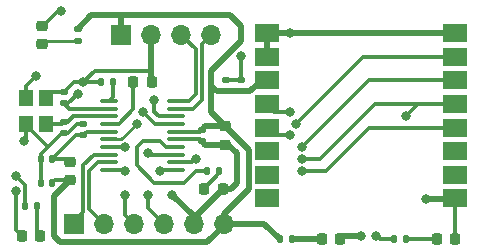
<source format=gbr>
%TF.GenerationSoftware,KiCad,Pcbnew,(6.0.6)*%
%TF.CreationDate,2023-12-09T00:18:58+03:00*%
%TF.ProjectId,GrandStationKicad,4772616e-6453-4746-9174-696f6e4b6963,rev?*%
%TF.SameCoordinates,Original*%
%TF.FileFunction,Copper,L1,Top*%
%TF.FilePolarity,Positive*%
%FSLAX46Y46*%
G04 Gerber Fmt 4.6, Leading zero omitted, Abs format (unit mm)*
G04 Created by KiCad (PCBNEW (6.0.6)) date 2023-12-09 00:18:58*
%MOMM*%
%LPD*%
G01*
G04 APERTURE LIST*
G04 Aperture macros list*
%AMRoundRect*
0 Rectangle with rounded corners*
0 $1 Rounding radius*
0 $2 $3 $4 $5 $6 $7 $8 $9 X,Y pos of 4 corners*
0 Add a 4 corners polygon primitive as box body*
4,1,4,$2,$3,$4,$5,$6,$7,$8,$9,$2,$3,0*
0 Add four circle primitives for the rounded corners*
1,1,$1+$1,$2,$3*
1,1,$1+$1,$4,$5*
1,1,$1+$1,$6,$7*
1,1,$1+$1,$8,$9*
0 Add four rect primitives between the rounded corners*
20,1,$1+$1,$2,$3,$4,$5,0*
20,1,$1+$1,$4,$5,$6,$7,0*
20,1,$1+$1,$6,$7,$8,$9,0*
20,1,$1+$1,$8,$9,$2,$3,0*%
G04 Aperture macros list end*
%TA.AperFunction,SMDPad,CuDef*%
%ADD10RoundRect,0.218750X-0.256250X0.218750X-0.256250X-0.218750X0.256250X-0.218750X0.256250X0.218750X0*%
%TD*%
%TA.AperFunction,SMDPad,CuDef*%
%ADD11RoundRect,0.135000X0.135000X0.185000X-0.135000X0.185000X-0.135000X-0.185000X0.135000X-0.185000X0*%
%TD*%
%TA.AperFunction,SMDPad,CuDef*%
%ADD12RoundRect,0.140000X0.140000X0.170000X-0.140000X0.170000X-0.140000X-0.170000X0.140000X-0.170000X0*%
%TD*%
%TA.AperFunction,SMDPad,CuDef*%
%ADD13RoundRect,0.140000X0.170000X-0.140000X0.170000X0.140000X-0.170000X0.140000X-0.170000X-0.140000X0*%
%TD*%
%TA.AperFunction,SMDPad,CuDef*%
%ADD14R,1.200000X1.400000*%
%TD*%
%TA.AperFunction,SMDPad,CuDef*%
%ADD15R,2.000000X1.500000*%
%TD*%
%TA.AperFunction,SMDPad,CuDef*%
%ADD16RoundRect,0.100000X-0.637500X-0.100000X0.637500X-0.100000X0.637500X0.100000X-0.637500X0.100000X0*%
%TD*%
%TA.AperFunction,ComponentPad*%
%ADD17R,1.700000X1.700000*%
%TD*%
%TA.AperFunction,ComponentPad*%
%ADD18O,1.700000X1.700000*%
%TD*%
%TA.AperFunction,SMDPad,CuDef*%
%ADD19RoundRect,0.225000X0.225000X0.250000X-0.225000X0.250000X-0.225000X-0.250000X0.225000X-0.250000X0*%
%TD*%
%TA.AperFunction,SMDPad,CuDef*%
%ADD20RoundRect,0.218750X0.218750X0.256250X-0.218750X0.256250X-0.218750X-0.256250X0.218750X-0.256250X0*%
%TD*%
%TA.AperFunction,SMDPad,CuDef*%
%ADD21RoundRect,0.225000X-0.250000X0.225000X-0.250000X-0.225000X0.250000X-0.225000X0.250000X0.225000X0*%
%TD*%
%TA.AperFunction,SMDPad,CuDef*%
%ADD22RoundRect,0.135000X-0.185000X0.135000X-0.185000X-0.135000X0.185000X-0.135000X0.185000X0.135000X0*%
%TD*%
%TA.AperFunction,SMDPad,CuDef*%
%ADD23RoundRect,0.135000X-0.135000X-0.185000X0.135000X-0.185000X0.135000X0.185000X-0.135000X0.185000X0*%
%TD*%
%TA.AperFunction,SMDPad,CuDef*%
%ADD24RoundRect,0.140000X-0.170000X0.140000X-0.170000X-0.140000X0.170000X-0.140000X0.170000X0.140000X0*%
%TD*%
%TA.AperFunction,SMDPad,CuDef*%
%ADD25RoundRect,0.218750X-0.218750X-0.256250X0.218750X-0.256250X0.218750X0.256250X-0.218750X0.256250X0*%
%TD*%
%TA.AperFunction,ViaPad*%
%ADD26C,0.800000*%
%TD*%
%TA.AperFunction,Conductor*%
%ADD27C,0.500000*%
%TD*%
%TA.AperFunction,Conductor*%
%ADD28C,0.300000*%
%TD*%
%TA.AperFunction,Conductor*%
%ADD29C,0.250000*%
%TD*%
G04 APERTURE END LIST*
D10*
%TO.P,D2,1,K*%
%TO.N,GND*%
X180000000Y-92712500D03*
%TO.P,D2,2,A*%
%TO.N,Net-(D2-Pad2)*%
X180000000Y-94287500D03*
%TD*%
D11*
%TO.P,R6,1*%
%TO.N,Net-(D5-Pad2)*%
X210820000Y-110800000D03*
%TO.P,R6,2*%
%TO.N,SPI1-MISO*%
X209800000Y-110800000D03*
%TD*%
D12*
%TO.P,C7,1*%
%TO.N,+3.3VA*%
X180856250Y-104000000D03*
%TO.P,C7,2*%
%TO.N,GND*%
X179896250Y-104000000D03*
%TD*%
D13*
%TO.P,C10,1*%
%TO.N,+3.3V*%
X196850000Y-98270000D03*
%TO.P,C10,2*%
%TO.N,GND*%
X196850000Y-97310000D03*
%TD*%
%TO.P,C9,1*%
%TO.N,+3.3V*%
X195580000Y-98270000D03*
%TO.P,C9,2*%
%TO.N,GND*%
X195580000Y-97310000D03*
%TD*%
D11*
%TO.P,R4,1*%
%TO.N,Net-(D3-Pad2)*%
X179580000Y-107950000D03*
%TO.P,R4,2*%
%TO.N,Optional-2*%
X178560000Y-107950000D03*
%TD*%
D10*
%TO.P,FB1,1*%
%TO.N,+3.3VA*%
X182356250Y-104212500D03*
%TO.P,FB1,2*%
%TO.N,+3.3V*%
X182356250Y-105787500D03*
%TD*%
D14*
%TO.P,Y1,1,1*%
%TO.N,OSC32_IN*%
X178650000Y-98800000D03*
%TO.P,Y1,2,2*%
%TO.N,GND*%
X178650000Y-101000000D03*
%TO.P,Y1,3,3*%
%TO.N,OSC32_OUT*%
X180350000Y-101000000D03*
%TO.P,Y1,4,4*%
%TO.N,GND*%
X180350000Y-98800000D03*
%TD*%
D15*
%TO.P,U1,1,GND*%
%TO.N,GND*%
X199000000Y-93330000D03*
%TO.P,U1,2,GND*%
X199000000Y-95330000D03*
%TO.P,U1,3,VDD*%
%TO.N,+3.3V*%
X199000000Y-97330000D03*
%TO.P,U1,4,~{RESET}*%
%TO.N,LORA-RESET*%
X199000000Y-99330000D03*
%TO.P,U1,5,DIO0*%
%TO.N,LORA-DIO0*%
X199000000Y-101330000D03*
%TO.P,U1,6,DIO1*%
%TO.N,unconnected-(U1-Pad6)*%
X199000000Y-103330000D03*
%TO.P,U1,7,DIO2*%
%TO.N,unconnected-(U1-Pad7)*%
X199000000Y-105330000D03*
%TO.P,U1,8,DIO3*%
%TO.N,unconnected-(U1-Pad8)*%
X199000000Y-107330000D03*
%TO.P,U1,9,GND*%
%TO.N,GND*%
X215000000Y-107330000D03*
%TO.P,U1,10,DIO4*%
%TO.N,unconnected-(U1-Pad10)*%
X215000000Y-105330000D03*
%TO.P,U1,11,DIO5*%
%TO.N,unconnected-(U1-Pad11)*%
X215000000Y-103330000D03*
%TO.P,U1,12,SCK*%
%TO.N,SPI1-SCK*%
X215000000Y-101330000D03*
%TO.P,U1,13,MISO*%
%TO.N,SPI1-MISO*%
X215000000Y-99330000D03*
%TO.P,U1,14,MOSI*%
%TO.N,SPI1-MOSI*%
X215000000Y-97330000D03*
%TO.P,U1,15,~{NSS}*%
%TO.N,LORA-NSS*%
X215000000Y-95330000D03*
%TO.P,U1,16,GND*%
%TO.N,GND*%
X215000000Y-93330000D03*
%TD*%
D16*
%TO.P,U2,1,BOOT0*%
%TO.N,Net-(R2-Pad2)*%
X185637500Y-99075000D03*
%TO.P,U2,2,PF0*%
%TO.N,OSC32_IN*%
X185637500Y-99725000D03*
%TO.P,U2,3,PF1*%
%TO.N,OSC32_OUT*%
X185637500Y-100375000D03*
%TO.P,U2,4,NRST*%
%TO.N,Net-(C1-Pad2)*%
X185637500Y-101025000D03*
%TO.P,U2,5,VDDA*%
%TO.N,+3.3VA*%
X185637500Y-101675000D03*
%TO.P,U2,6,PA0*%
%TO.N,LORA-NSS*%
X185637500Y-102325000D03*
%TO.P,U2,7,PA1*%
%TO.N,LORA-DIO0*%
X185637500Y-102975000D03*
%TO.P,U2,8,PA2*%
%TO.N,USART1-TX*%
X185637500Y-103625000D03*
%TO.P,U2,9,PA3*%
%TO.N,USART1-RX*%
X185637500Y-104275000D03*
%TO.P,U2,10,PA4*%
%TO.N,LORA-RESET*%
X185637500Y-104925000D03*
%TO.P,U2,11,PA5*%
%TO.N,SPI1-SCK*%
X191362500Y-104925000D03*
%TO.P,U2,12,PA6*%
%TO.N,SPI1-MISO*%
X191362500Y-104275000D03*
%TO.P,U2,13,PA7*%
%TO.N,SPI1-MOSI*%
X191362500Y-103625000D03*
%TO.P,U2,14,PB1*%
%TO.N,LED1*%
X191362500Y-102975000D03*
%TO.P,U2,15,VSS*%
%TO.N,GND*%
X191362500Y-102325000D03*
%TO.P,U2,16,VDD*%
%TO.N,+3.3V*%
X191362500Y-101675000D03*
%TO.P,U2,17,PA9*%
%TO.N,Optional-1*%
X191362500Y-101025000D03*
%TO.P,U2,18,PA10*%
%TO.N,Optional-2*%
X191362500Y-100375000D03*
%TO.P,U2,19,PA13*%
%TO.N,SWDIO*%
X191362500Y-99725000D03*
%TO.P,U2,20,PA14*%
%TO.N,SWCLK*%
X191362500Y-99075000D03*
%TD*%
D17*
%TO.P,J2,1,Pin_1*%
%TO.N,+3.3V*%
X186700000Y-93475000D03*
D18*
%TO.P,J2,2,Pin_2*%
%TO.N,GND*%
X189240000Y-93475000D03*
%TO.P,J2,3,Pin_3*%
%TO.N,SWCLK*%
X191780000Y-93475000D03*
%TO.P,J2,4,Pin_4*%
%TO.N,SWDIO*%
X194320000Y-93475000D03*
%TD*%
D19*
%TO.P,C1,1*%
%TO.N,GND*%
X189275000Y-97500000D03*
%TO.P,C1,2*%
%TO.N,Net-(C1-Pad2)*%
X187725000Y-97500000D03*
%TD*%
D20*
%TO.P,D4,1,K*%
%TO.N,GND*%
X205257500Y-110800000D03*
%TO.P,D4,2,A*%
%TO.N,Net-(D4-Pad2)*%
X203682500Y-110800000D03*
%TD*%
%TO.P,D5,1,K*%
%TO.N,GND*%
X214987500Y-110800000D03*
%TO.P,D5,2,A*%
%TO.N,Net-(D5-Pad2)*%
X213412500Y-110800000D03*
%TD*%
%TO.P,D1,1,K*%
%TO.N,GND*%
X195287500Y-106500000D03*
%TO.P,D1,2,A*%
%TO.N,Net-(D1-Pad2)*%
X193712500Y-106500000D03*
%TD*%
D21*
%TO.P,C2,1*%
%TO.N,+3.3V*%
X195500000Y-101225000D03*
%TO.P,C2,2*%
%TO.N,GND*%
X195500000Y-102775000D03*
%TD*%
D22*
%TO.P,R3,1*%
%TO.N,+3.3V*%
X183000000Y-92990000D03*
%TO.P,R3,2*%
%TO.N,Net-(D2-Pad2)*%
X183000000Y-94010000D03*
%TD*%
D11*
%TO.P,R5,1*%
%TO.N,Net-(D4-Pad2)*%
X201170000Y-110800000D03*
%TO.P,R5,2*%
%TO.N,+3.3V*%
X200150000Y-110800000D03*
%TD*%
D23*
%TO.P,R2,1*%
%TO.N,GND*%
X184990000Y-97500000D03*
%TO.P,R2,2*%
%TO.N,Net-(R2-Pad2)*%
X186010000Y-97500000D03*
%TD*%
D13*
%TO.P,C4,1*%
%TO.N,+3.3VA*%
X183500000Y-101980000D03*
%TO.P,C4,2*%
%TO.N,GND*%
X183500000Y-101020000D03*
%TD*%
D24*
%TO.P,C6,1*%
%TO.N,OSC32_OUT*%
X181850000Y-100820000D03*
%TO.P,C6,2*%
%TO.N,GND*%
X181850000Y-101780000D03*
%TD*%
D13*
%TO.P,C3,1*%
%TO.N,OSC32_IN*%
X181850000Y-99280000D03*
%TO.P,C3,2*%
%TO.N,GND*%
X181850000Y-98320000D03*
%TD*%
D17*
%TO.P,J1,1,Pin_1*%
%TO.N,USART1-TX*%
X182675000Y-109475000D03*
D18*
%TO.P,J1,2,Pin_2*%
%TO.N,USART1-RX*%
X185215000Y-109475000D03*
%TO.P,J1,3,Pin_3*%
%TO.N,Optional-1*%
X187755000Y-109475000D03*
%TO.P,J1,4,Pin_4*%
%TO.N,Optional-2*%
X190295000Y-109475000D03*
%TO.P,J1,5,Pin_5*%
%TO.N,GND*%
X192835000Y-109475000D03*
%TO.P,J1,6,Pin_6*%
%TO.N,+3.3V*%
X195375000Y-109475000D03*
%TD*%
D11*
%TO.P,R1,1*%
%TO.N,Net-(D1-Pad2)*%
X195010000Y-105000000D03*
%TO.P,R1,2*%
%TO.N,LED1*%
X193990000Y-105000000D03*
%TD*%
D25*
%TO.P,D3,1,K*%
%TO.N,GND*%
X178282500Y-110490000D03*
%TO.P,D3,2,A*%
%TO.N,Net-(D3-Pad2)*%
X179857500Y-110490000D03*
%TD*%
D24*
%TO.P,C5,1*%
%TO.N,+3.3V*%
X193500000Y-101520000D03*
%TO.P,C5,2*%
%TO.N,GND*%
X193500000Y-102480000D03*
%TD*%
D12*
%TO.P,C8,1*%
%TO.N,+3.3V*%
X180836250Y-106000000D03*
%TO.P,C8,2*%
%TO.N,GND*%
X179876250Y-106000000D03*
%TD*%
D26*
%TO.N,GND*%
X207010000Y-110490000D03*
X196850000Y-95250000D03*
X178500000Y-102500000D03*
X201000000Y-93300000D03*
X183500000Y-97500000D03*
X212500000Y-107350000D03*
X181610000Y-91440000D03*
X177800000Y-106680000D03*
X191000000Y-107000000D03*
%TO.N,OSC32_IN*%
X183000000Y-98500000D03*
X179500000Y-97000000D03*
%TO.N,Optional-1*%
X188500000Y-100000000D03*
X187000000Y-107000000D03*
%TO.N,Optional-2*%
X189000000Y-107000000D03*
X189500000Y-99000000D03*
X177800000Y-105410000D03*
%TO.N,LORA-RESET*%
X201000000Y-100000000D03*
X187000000Y-105000000D03*
%TO.N,LORA-DIO0*%
X201000000Y-102000000D03*
X187000000Y-103000000D03*
%TO.N,SPI1-SCK*%
X190000000Y-105000000D03*
X202000000Y-105000000D03*
%TO.N,SPI1-MISO*%
X208280000Y-110490000D03*
X210820000Y-100330000D03*
X193000000Y-104000000D03*
X202000000Y-104000000D03*
%TO.N,SPI1-MOSI*%
X189000000Y-103500000D03*
X202000000Y-103000000D03*
%TO.N,LORA-NSS*%
X188000000Y-101000000D03*
X201500000Y-101000000D03*
%TD*%
D27*
%TO.N,GND*%
X196000000Y-106500000D02*
X195287500Y-106500000D01*
D28*
X184990000Y-97500000D02*
X183500000Y-97500000D01*
D27*
X215000000Y-93330000D02*
X201030000Y-93330000D01*
D28*
X184490000Y-96510000D02*
X189240000Y-96510000D01*
D27*
X201030000Y-93330000D02*
X201000000Y-93300000D01*
X192835000Y-109475000D02*
X192835000Y-108952500D01*
X200970000Y-93330000D02*
X201000000Y-93300000D01*
X189240000Y-96510000D02*
X189240000Y-97465000D01*
D28*
X181850000Y-98320000D02*
X180830000Y-98320000D01*
X177800000Y-106680000D02*
X177800000Y-110007500D01*
X178650000Y-101000000D02*
X178650000Y-101150000D01*
D27*
X189240000Y-97465000D02*
X189275000Y-97500000D01*
X189240000Y-93475000D02*
X189240000Y-96510000D01*
D28*
X214987500Y-110800000D02*
X215000000Y-110787500D01*
D29*
X180000000Y-92712500D02*
X181272500Y-91440000D01*
D28*
X178650000Y-102350000D02*
X178500000Y-102500000D01*
X179876250Y-106000000D02*
X179876250Y-104020000D01*
D27*
X207010000Y-110490000D02*
X205567500Y-110490000D01*
X192835000Y-108835000D02*
X191000000Y-107000000D01*
D28*
X183500000Y-101020000D02*
X182980000Y-101020000D01*
X179876250Y-104020000D02*
X179896250Y-104000000D01*
X183500000Y-97500000D02*
X184490000Y-96510000D01*
X195580000Y-97310000D02*
X196850000Y-97310000D01*
D27*
X193795000Y-102775000D02*
X193500000Y-102480000D01*
X205567500Y-110490000D02*
X205257500Y-110800000D01*
X195500000Y-102775000D02*
X195775000Y-102775000D01*
D28*
X181850000Y-98320000D02*
X182670000Y-97500000D01*
X178650000Y-101000000D02*
X178650000Y-102350000D01*
X181850000Y-101780000D02*
X181720000Y-101780000D01*
X196850000Y-97310000D02*
X196850000Y-95250000D01*
D27*
X214980000Y-107350000D02*
X215000000Y-107330000D01*
D28*
X182220000Y-101780000D02*
X181850000Y-101780000D01*
X215000000Y-110787500D02*
X215000000Y-107330000D01*
X178650000Y-101150000D02*
X180500000Y-103000000D01*
X179896250Y-104000000D02*
X179896250Y-103603750D01*
X180830000Y-98320000D02*
X180350000Y-98800000D01*
D27*
X199000000Y-95330000D02*
X199000000Y-93330000D01*
X199000000Y-93330000D02*
X200970000Y-93330000D01*
D28*
X177800000Y-110007500D02*
X178282500Y-110490000D01*
X193345000Y-102325000D02*
X193500000Y-102480000D01*
D27*
X192835000Y-108952500D02*
X195287500Y-106500000D01*
X196500000Y-106000000D02*
X196000000Y-106500000D01*
X212500000Y-107350000D02*
X214980000Y-107350000D01*
D28*
X191362500Y-102325000D02*
X193345000Y-102325000D01*
X182670000Y-97500000D02*
X183500000Y-97500000D01*
X182980000Y-101020000D02*
X182220000Y-101780000D01*
D27*
X195775000Y-102775000D02*
X196500000Y-103500000D01*
D28*
X179896250Y-103603750D02*
X180500000Y-103000000D01*
D27*
X196500000Y-103500000D02*
X196500000Y-106000000D01*
X192835000Y-109475000D02*
X192835000Y-108835000D01*
D29*
X181272500Y-91440000D02*
X181610000Y-91440000D01*
D27*
X195500000Y-102775000D02*
X193795000Y-102775000D01*
D28*
X181720000Y-101780000D02*
X180500000Y-103000000D01*
%TO.N,Net-(C1-Pad2)*%
X187725000Y-97500000D02*
X187725000Y-99775000D01*
X187725000Y-99775000D02*
X186475000Y-101025000D01*
X186475000Y-101025000D02*
X185637500Y-101025000D01*
D27*
%TO.N,+3.3V*%
X186700000Y-93475000D02*
X186700000Y-91800000D01*
X181500000Y-111000000D02*
X181000000Y-110500000D01*
X198825000Y-109475000D02*
X200150000Y-110800000D01*
X194000000Y-111000000D02*
X181500000Y-111000000D01*
X196850000Y-93980000D02*
X194310000Y-96520000D01*
X194310000Y-96520000D02*
X194310000Y-97790000D01*
X196850000Y-98270000D02*
X197640000Y-98270000D01*
X194790000Y-98270000D02*
X194310000Y-97790000D01*
X195375000Y-109475000D02*
X198825000Y-109475000D01*
X197500000Y-106500000D02*
X197500000Y-103225000D01*
X194310000Y-100035000D02*
X195500000Y-101225000D01*
X195500000Y-101225000D02*
X193795000Y-101225000D01*
X197500000Y-103225000D02*
X197137500Y-102862500D01*
D28*
X193345000Y-101675000D02*
X191362500Y-101675000D01*
D27*
X197640000Y-98270000D02*
X198580000Y-97330000D01*
X196850000Y-98270000D02*
X195580000Y-98270000D01*
X198580000Y-97330000D02*
X199000000Y-97330000D01*
X195580000Y-98270000D02*
X194790000Y-98270000D01*
X186700000Y-91800000D02*
X195940000Y-91800000D01*
X195375000Y-109475000D02*
X195375000Y-108625000D01*
D28*
X181048750Y-105787500D02*
X180836250Y-106000000D01*
D27*
X195940000Y-91800000D02*
X196850000Y-92710000D01*
X195375000Y-109625000D02*
X194000000Y-111000000D01*
D28*
X182356250Y-105787500D02*
X181048750Y-105787500D01*
D27*
X186700000Y-91800000D02*
X184150000Y-91800000D01*
X194310000Y-97790000D02*
X194310000Y-100035000D01*
X193795000Y-101225000D02*
X193500000Y-101520000D01*
D28*
X193500000Y-101520000D02*
X193345000Y-101675000D01*
D27*
X181000000Y-110500000D02*
X181000000Y-107143750D01*
X195375000Y-109475000D02*
X195375000Y-109625000D01*
X195375000Y-108625000D02*
X197500000Y-106500000D01*
X196850000Y-92710000D02*
X196850000Y-93980000D01*
X184150000Y-91800000D02*
X184150000Y-91840000D01*
X181000000Y-107143750D02*
X182356250Y-105787500D01*
X197137500Y-102862500D02*
X195500000Y-101225000D01*
X184150000Y-91840000D02*
X183000000Y-92990000D01*
D28*
%TO.N,OSC32_IN*%
X185637500Y-99725000D02*
X182295000Y-99725000D01*
X178650000Y-97850000D02*
X179500000Y-97000000D01*
X182295000Y-99725000D02*
X181850000Y-99280000D01*
X178650000Y-98800000D02*
X178650000Y-97850000D01*
X183000000Y-98500000D02*
X182220000Y-99280000D01*
X182220000Y-99280000D02*
X181850000Y-99280000D01*
%TO.N,+3.3VA*%
X182856250Y-102000000D02*
X183480000Y-102000000D01*
X183480000Y-102000000D02*
X183500000Y-101980000D01*
X185637500Y-101675000D02*
X183805000Y-101675000D01*
X183500000Y-101980000D02*
X183500000Y-102000000D01*
X182143750Y-104000000D02*
X182356250Y-104212500D01*
X182856250Y-102000000D02*
X180856250Y-104000000D01*
X183805000Y-101675000D02*
X183500000Y-101980000D01*
X180856250Y-104000000D02*
X182143750Y-104000000D01*
%TO.N,OSC32_OUT*%
X182180000Y-100820000D02*
X182625000Y-100375000D01*
X181670000Y-101000000D02*
X181850000Y-100820000D01*
X180350000Y-101000000D02*
X181670000Y-101000000D01*
X181850000Y-100820000D02*
X182180000Y-100820000D01*
X182625000Y-100375000D02*
X185637500Y-100375000D01*
%TO.N,Net-(D1-Pad2)*%
X195010000Y-105000000D02*
X195010000Y-105202500D01*
X195010000Y-105202500D02*
X193712500Y-106500000D01*
D29*
%TO.N,Net-(D2-Pad2)*%
X183000000Y-94010000D02*
X180277500Y-94010000D01*
X180277500Y-94010000D02*
X180000000Y-94287500D01*
D28*
%TO.N,USART1-TX*%
X184375000Y-103625000D02*
X185637500Y-103625000D01*
X183500000Y-104500000D02*
X184375000Y-103625000D01*
X183500000Y-108500000D02*
X183500000Y-104500000D01*
X182675000Y-109325000D02*
X183500000Y-108500000D01*
X182675000Y-109475000D02*
X182675000Y-109325000D01*
%TO.N,USART1-RX*%
X185215000Y-109475000D02*
X184000000Y-108260000D01*
X184725000Y-104275000D02*
X185637500Y-104275000D01*
X184000000Y-108260000D02*
X184000000Y-105000000D01*
X184000000Y-105000000D02*
X184725000Y-104275000D01*
%TO.N,Optional-1*%
X187755000Y-109475000D02*
X187000000Y-108720000D01*
X187000000Y-108720000D02*
X187000000Y-107000000D01*
X188500000Y-100000000D02*
X189525000Y-101025000D01*
X189525000Y-101025000D02*
X191362500Y-101025000D01*
%TO.N,Optional-2*%
X189500000Y-100000000D02*
X189500000Y-99000000D01*
X190295000Y-109475000D02*
X189000000Y-108180000D01*
X191362500Y-100375000D02*
X189875000Y-100375000D01*
X189875000Y-100375000D02*
X189500000Y-100000000D01*
X178560000Y-107950000D02*
X178560000Y-106170000D01*
X178560000Y-106170000D02*
X177800000Y-105410000D01*
X189000000Y-108180000D02*
X189000000Y-107000000D01*
%TO.N,SWCLK*%
X192425000Y-99075000D02*
X191362500Y-99075000D01*
X191780000Y-93475000D02*
X193000000Y-94695000D01*
X193000000Y-94695000D02*
X193000000Y-98500000D01*
X193000000Y-98500000D02*
X192425000Y-99075000D01*
%TO.N,SWDIO*%
X191362500Y-99725000D02*
X192775000Y-99725000D01*
X193500000Y-94295000D02*
X194320000Y-93475000D01*
X193500000Y-99000000D02*
X193500000Y-94295000D01*
X192775000Y-99725000D02*
X193500000Y-99000000D01*
%TO.N,LED1*%
X192000000Y-106000000D02*
X193000000Y-105000000D01*
X188000000Y-104500000D02*
X189500000Y-106000000D01*
X190000000Y-102500000D02*
X188500000Y-102500000D01*
X188000000Y-103000000D02*
X188000000Y-104500000D01*
X190475000Y-102975000D02*
X190000000Y-102500000D01*
X189500000Y-106000000D02*
X192000000Y-106000000D01*
X191362500Y-102975000D02*
X190475000Y-102975000D01*
X188500000Y-102500000D02*
X188000000Y-103000000D01*
X193000000Y-105000000D02*
X193990000Y-105000000D01*
%TO.N,Net-(R2-Pad2)*%
X186010000Y-97500000D02*
X186010000Y-98702500D01*
X186010000Y-98702500D02*
X185637500Y-99075000D01*
%TO.N,LORA-RESET*%
X185637500Y-104925000D02*
X186925000Y-104925000D01*
X201000000Y-100000000D02*
X199670000Y-100000000D01*
X199670000Y-100000000D02*
X199000000Y-99330000D01*
X186925000Y-104925000D02*
X187000000Y-105000000D01*
%TO.N,LORA-DIO0*%
X185637500Y-102975000D02*
X186975000Y-102975000D01*
X186975000Y-102975000D02*
X187000000Y-103000000D01*
X201000000Y-102000000D02*
X199670000Y-102000000D01*
X199670000Y-102000000D02*
X199000000Y-101330000D01*
%TO.N,SPI1-SCK*%
X215000000Y-101330000D02*
X207670000Y-101330000D01*
X202000000Y-105000000D02*
X204000000Y-105000000D01*
X190075000Y-104925000D02*
X190000000Y-105000000D01*
X191362500Y-104925000D02*
X190075000Y-104925000D01*
X207670000Y-101330000D02*
X204000000Y-105000000D01*
%TO.N,SPI1-MISO*%
X208590000Y-110800000D02*
X208280000Y-110490000D01*
X192725000Y-104275000D02*
X191362500Y-104275000D01*
X215000000Y-99330000D02*
X211820000Y-99330000D01*
X202000000Y-104000000D02*
X203500000Y-104000000D01*
X193000000Y-104000000D02*
X192725000Y-104275000D01*
X208170000Y-99330000D02*
X203500000Y-104000000D01*
X211820000Y-99330000D02*
X210820000Y-100330000D01*
X211820000Y-99330000D02*
X208170000Y-99330000D01*
X209800000Y-110800000D02*
X208590000Y-110800000D01*
%TO.N,SPI1-MOSI*%
X215000000Y-97330000D02*
X207670000Y-97330000D01*
X189000000Y-103500000D02*
X189125000Y-103625000D01*
X189125000Y-103625000D02*
X191362500Y-103625000D01*
X207670000Y-97330000D02*
X202000000Y-103000000D01*
D29*
%TO.N,LORA-NSS*%
X188000000Y-101000000D02*
X186675000Y-102325000D01*
D28*
X207170000Y-95330000D02*
X201500000Y-101000000D01*
X215000000Y-95330000D02*
X207170000Y-95330000D01*
D29*
X186675000Y-102325000D02*
X185637500Y-102325000D01*
D28*
%TO.N,Net-(D3-Pad2)*%
X179580000Y-107950000D02*
X179580000Y-110212500D01*
X179580000Y-110212500D02*
X179857500Y-110490000D01*
D27*
%TO.N,Net-(D4-Pad2)*%
X201170000Y-110800000D02*
X203682500Y-110800000D01*
D28*
%TO.N,Net-(D5-Pad2)*%
X210820000Y-110800000D02*
X213412500Y-110800000D01*
%TD*%
M02*

</source>
